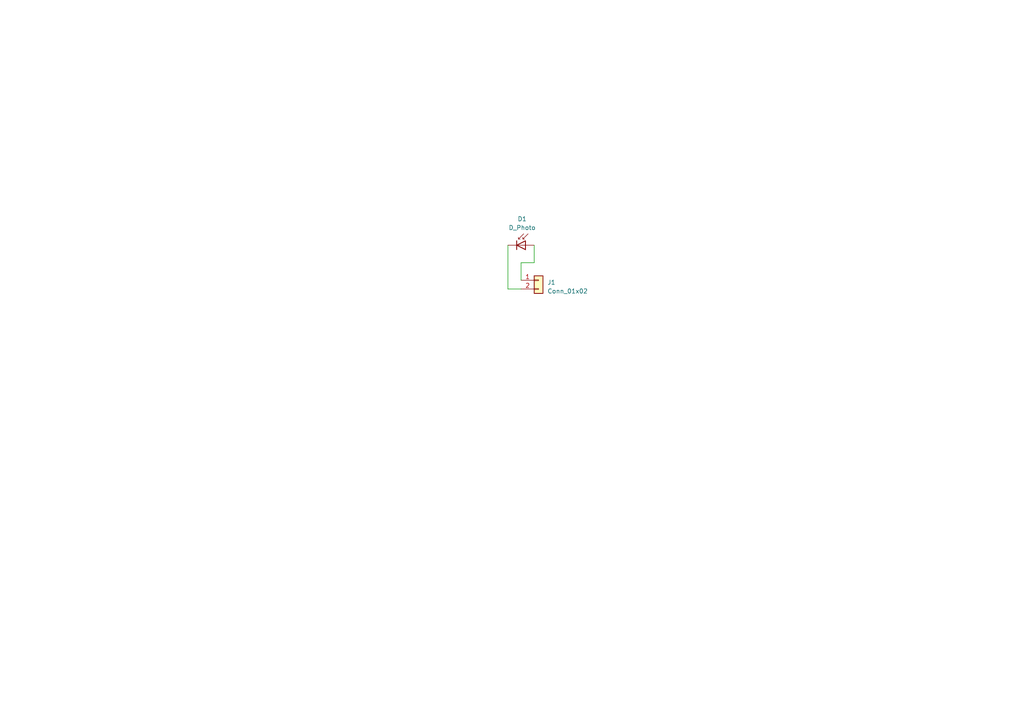
<source format=kicad_sch>
(kicad_sch (version 20230121) (generator eeschema)
  (paper "A4")
  (lib_symbols
    (symbol "Connector_Generic:Conn_01x02" (pin_names (offset 1.016) hide)
      (property "Reference" "J" (at 0 2.54 0))
      (property "Value" "Conn_01x02" (at 0 -5.08 0))
      (symbol "Conn_01x02_1_1"
        (rectangle (start -1.27 -2.413) (end 0 -2.667) (stroke (width 0.1524)))
        (rectangle (start -1.27 0.127) (end 0 -0.127) (stroke (width 0.1524)))
        (rectangle (start -1.27 1.27) (end 1.27 -3.81) (stroke (width 0.254)) (fill (type background)))
        (pin passive line (at -5.08 0 0) (length 3.81) (name "Pin_1") (number "1"))
        (pin passive line (at -5.08 -2.54 0) (length 3.81) (name "Pin_2") (number "2"))
      )
    )
    (symbol "Device:D_Photo" (pin_numbers hide) (pin_names hide)
      (property "Reference" "D" (at 0.508 1.778 0))
      (property "Value" "D_Photo" (at -1.016 -2.794 0))
      (symbol "D_Photo_0_1"
        (polyline (pts (xy -2.54 1.27) (xy -2.54 -1.27)) (stroke (width 0.254)))
        (polyline (pts (xy -2.032 1.778) (xy -1.524 1.778)))
        (polyline (pts (xy 0 0) (xy -2.54 0)))
        (polyline (pts (xy -0.508 3.302) (xy -2.032 1.778) (xy -2.032 2.286)))
        (polyline (pts (xy 0 -1.27) (xy 0 1.27) (xy -2.54 0) (xy 0 -1.27)) (stroke (width 0.254)))
        (polyline (pts (xy 0.762 3.302) (xy -0.762 1.778) (xy -0.762 2.286) (xy -0.762 1.778) (xy -0.254 1.778)))
      )
      (symbol "D_Photo_1_1"
        (pin passive line (at -5.08 0 0) (length 2.54) (name "K") (number "1"))
        (pin passive line (at 2.54 0 180) (length 2.54) (name "A") (number "2"))
      )
    )
  )
  (wire (pts (xy 154.94 76.2) (xy 154.94 71.12)))
  (wire (pts (xy 147.32 71.12) (xy 147.32 83.82)))
  (wire (pts (xy 147.32 83.82) (xy 151.13 83.82)))
  (wire (pts (xy 151.13 81.28) (xy 151.13 76.2)))
  (wire (pts (xy 151.13 76.2) (xy 154.94 76.2)))
  (symbol (lib_id "Device:D_Photo") (at 152.4 71.12 0) (unit 1)
    (property "Reference" "D1" (at 151.4475 63.5 0))
    (property "Value" "D_Photo" (at 151.4475 66.04 0))
    (property "Footprint" "LED_THT:LED_D5.0mm_Clear" (effects hide))
  )
  (symbol (lib_id "Connector_Generic:Conn_01x02") (at 156.21 81.28 0) (unit 1)
    (property "Reference" "J1" (at 158.75 81.915 0) (effects (justify left)))
    (property "Value" "Conn_01x02" (at 158.75 84.455 0) (effects (justify left)))
    (property "Footprint" "Connector_JST:JST_PH_B2B-PH-K_1x02_P2.00mm_Vertical" (effects hide))
  )
)
</source>
